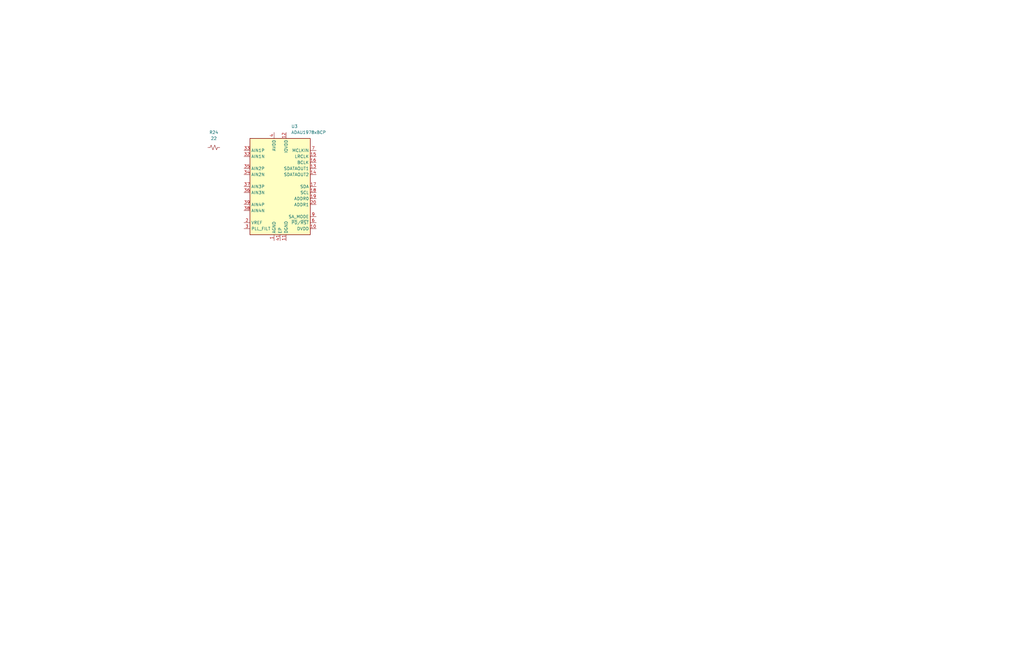
<source format=kicad_sch>
(kicad_sch (version 20250114) (generator "eeschema") (generator_version "9.0")
  (paper "B")
  (title_block (title "Receive ADCs") (date "2026-01-02") (rev "0.0") (company "Andy McCann KA3KAF and Doug McCann KA3KAG"))
  (lib_symbols
    (symbol "Audio:ADAU1978xBCP"
      (property "Reference" "U" (at 12.7 25.4 0))
      (property "Value" "ADAU1978xBCP" (at 12.7 22.86 0))
      (symbol "ADAU1978xBCP_0_1"
        (rectangle (start -12.7 20.32) (end 12.7 -20.32) (stroke (width 0.254)) (fill (type background)))
      )
      (symbol "ADAU1978xBCP_1_1"
        (pin input line (at -15.24 15.24 0) (length 2.54) (name "AIN1P") (number "33"))
        (pin input line (at -15.24 12.7 0) (length 2.54) (name "AIN1N") (number "32"))
        (pin input line (at -15.24 7.62 0) (length 2.54) (name "AIN2P") (number "35"))
        (pin input line (at -15.24 5.08 0) (length 2.54) (name "AIN2N") (number "34"))
        (pin input line (at -15.24 0 0) (length 2.54) (name "AIN3P") (number "37"))
        (pin input line (at -15.24 -2.54 0) (length 2.54) (name "AIN3N") (number "36"))
        (pin input line (at -15.24 -7.62 0) (length 2.54) (name "AIN4P") (number "39"))
        (pin input line (at -15.24 -10.16 0) (length 2.54) (name "AIN4N") (number "38"))
        (pin output line (at -15.24 -15.24 0) (length 2.54) (name "VREF") (number "2"))
        (pin output line (at -15.24 -17.78 0) (length 2.54) (name "PLL_FILT") (number "3"))
        (pin no_connect line (at -10.16 -20.32 90) (length 2.54) (hide yes) (name "NC") (number "23"))
        (pin no_connect line (at -7.62 -20.32 90) (length 2.54) (hide yes) (name "NC") (number "24"))
        (pin no_connect line (at -5.08 -20.32 90) (length 2.54) (hide yes) (name "NC") (number "25"))
        (pin passive line (at -2.54 22.86 270) (length 2.54) (hide yes) (name "AVDD") (number "31"))
        (pin power_in line (at -2.54 22.86 270) (length 2.54) (name "AVDD") (number "4"))
        (pin passive line (at -2.54 22.86 270) (length 2.54) (hide yes) (name "AVDD") (number "40"))
        (pin power_in line (at -2.54 -22.86 90) (length 2.54) (name "AGND") (number "1"))
        (pin passive line (at -2.54 -22.86 90) (length 2.54) (hide yes) (name "AGND") (number "21"))
        (pin passive line (at -2.54 -22.86 90) (length 2.54) (hide yes) (name "AGND") (number "22"))
        (pin passive line (at -2.54 -22.86 90) (length 2.54) (hide yes) (name "AGND") (number "28"))
        (pin passive line (at -2.54 -22.86 90) (length 2.54) (hide yes) (name "AGND") (number "29"))
        (pin passive line (at -2.54 -22.86 90) (length 2.54) (hide yes) (name "AGND") (number "5"))
        (pin power_in line (at 0 -22.86 90) (length 2.54) (name "EP") (number "41"))
        (pin power_in line (at 2.54 22.86 270) (length 2.54) (name "IOVDD") (number "12"))
        (pin power_in line (at 2.54 -22.86 90) (length 2.54) (name "DGND") (number "11"))
        (pin no_connect line (at 5.08 -20.32 90) (length 2.54) (hide yes) (name "NC") (number "26"))
        (pin no_connect line (at 7.62 -20.32 90) (length 2.54) (hide yes) (name "NC") (number "27"))
        (pin no_connect line (at 10.16 -20.32 90) (length 2.54) (hide yes) (name "NC") (number "30"))
        (pin no_connect line (at 12.7 17.78 180) (length 2.54) (hide yes) (name "NC") (number "8"))
        (pin input line (at 15.24 15.24 180) (length 2.54) (name "MCLKIN") (number "7"))
        (pin bidirectional line (at 15.24 12.7 180) (length 2.54) (name "LRCLK") (number "15"))
        (pin bidirectional line (at 15.24 10.16 180) (length 2.54) (name "BCLK") (number "16"))
        (pin output line (at 15.24 7.62 180) (length 2.54) (name "SDATAOUT1") (number "13"))
        (pin output line (at 15.24 5.08 180) (length 2.54) (name "SDATAOUT2") (number "14"))
        (pin bidirectional line (at 15.24 0 180) (length 2.54) (name "SDA") (number "17"))
        (pin input line (at 15.24 -2.54 180) (length 2.54) (name "SCL") (number "18"))
        (pin input line (at 15.24 -5.08 180) (length 2.54) (name "ADDR0") (number "19"))
        (pin input line (at 15.24 -7.62 180) (length 2.54) (name "ADDR1") (number "20"))
        (pin input line (at 15.24 -12.7 180) (length 2.54) (name "SA_MODE") (number "9"))
        (pin input line (at 15.24 -15.24 180) (length 2.54) (name "~{PD}/~{RST}") (number "6"))
        (pin power_out line (at 15.24 -17.78 180) (length 2.54) (name "DVDD") (number "10"))
      )
    )
    (symbol "Device:R_Small_US" (pin_numbers (hide yes)) (pin_names (offset 0.254) (hide yes))
      (property "Reference" "R" (at 0.762 0.508 0))
      (property "Value" "R_Small_US" (at 0.762 -1.016 0))
      (symbol "R_Small_US_1_1"
        (polyline (pts (xy 0 1.524) (xy 1.016 1.143) (xy 0 0.762) (xy -1.016 0.381) (xy 0 0)))
        (polyline (pts (xy 0 0) (xy 1.016 -0.381) (xy 0 -0.762) (xy -1.016 -1.143) (xy 0 -1.524)))
        (pin passive line (at 0 2.54 270) (length 1.016) (name "~") (number "1"))
        (pin passive line (at 0 -2.54 90) (length 1.016) (name "~") (number "2"))
      )
    )
  )
  (symbol (lib_id "Device:R_Small_US") (at 90.17 62.23 90) (unit 1)
    (property "Reference" "R24" (at 90.17 55.88 90))
    (property "Value" "22" (at 90.17 58.42 90))
    (property "Description" "Resistor, small US symbol" (effects (hide yes)))
  )
  (symbol (lib_id "Audio:ADAU1978xBCP") (at 118.11 78.74 0) (unit 1)
    (property "Reference" "U3" (at 122.7933 53.34 0) (effects (justify left)))
    (property "Value" "ADAU1978xBCP" (at 122.7933 55.88 0) (effects (justify left)))
    (property "Footprint" "Package_CSP:LFCSP-40-1EP_6x6mm_P0.5mm_EP3.9x3.9mm" (effects (hide yes)))
    (property "Datasheet" "https://www.analog.com/media/en/technical-documentation/data-sheets/ADAU1978.pdf" (effects (hide yes)))
    (property "Description" "Quad Analog-to-Digital Converter, 2Vrms differential inputs, LFCSP-40" (effects (hide yes)))
  )
)
</source>
